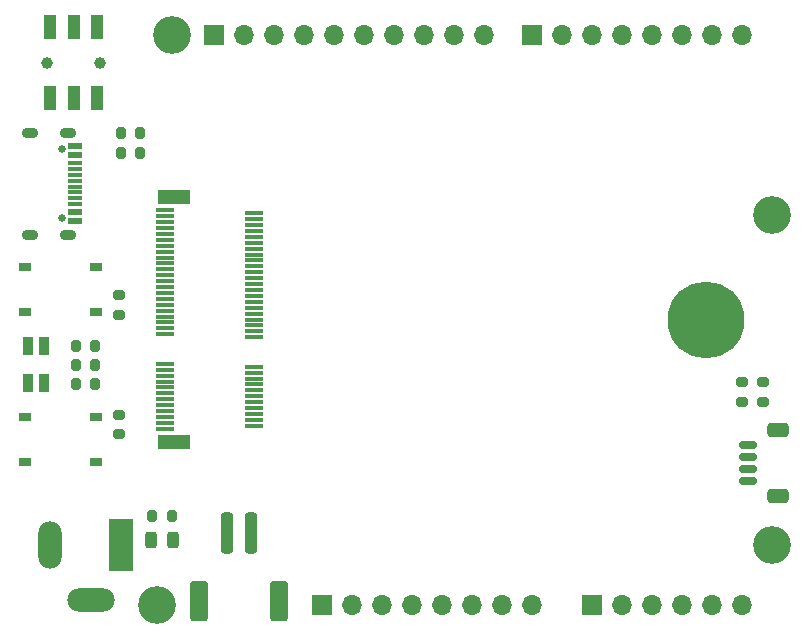
<source format=gbr>
%TF.GenerationSoftware,KiCad,Pcbnew,8.0.4*%
%TF.CreationDate,2024-12-04T08:53:49-07:00*%
%TF.ProjectId,particle-somduino,70617274-6963-46c6-952d-736f6d647569,rev?*%
%TF.SameCoordinates,Original*%
%TF.FileFunction,Soldermask,Top*%
%TF.FilePolarity,Negative*%
%FSLAX46Y46*%
G04 Gerber Fmt 4.6, Leading zero omitted, Abs format (unit mm)*
G04 Created by KiCad (PCBNEW 8.0.4) date 2024-12-04 08:53:49*
%MOMM*%
%LPD*%
G01*
G04 APERTURE LIST*
G04 Aperture macros list*
%AMRoundRect*
0 Rectangle with rounded corners*
0 $1 Rounding radius*
0 $2 $3 $4 $5 $6 $7 $8 $9 X,Y pos of 4 corners*
0 Add a 4 corners polygon primitive as box body*
4,1,4,$2,$3,$4,$5,$6,$7,$8,$9,$2,$3,0*
0 Add four circle primitives for the rounded corners*
1,1,$1+$1,$2,$3*
1,1,$1+$1,$4,$5*
1,1,$1+$1,$6,$7*
1,1,$1+$1,$8,$9*
0 Add four rect primitives between the rounded corners*
20,1,$1+$1,$2,$3,$4,$5,0*
20,1,$1+$1,$4,$5,$6,$7,0*
20,1,$1+$1,$6,$7,$8,$9,0*
20,1,$1+$1,$8,$9,$2,$3,0*%
G04 Aperture macros list end*
%ADD10R,1.700000X1.700000*%
%ADD11O,1.700000X1.700000*%
%ADD12RoundRect,0.200000X0.275000X-0.200000X0.275000X0.200000X-0.275000X0.200000X-0.275000X-0.200000X0*%
%ADD13RoundRect,0.200000X0.200000X0.275000X-0.200000X0.275000X-0.200000X-0.275000X0.200000X-0.275000X0*%
%ADD14R,1.000000X0.750000*%
%ADD15RoundRect,0.250000X-0.250000X-1.500000X0.250000X-1.500000X0.250000X1.500000X-0.250000X1.500000X0*%
%ADD16RoundRect,0.250001X-0.499999X-1.449999X0.499999X-1.449999X0.499999X1.449999X-0.499999X1.449999X0*%
%ADD17R,0.900000X1.500000*%
%ADD18C,3.200000*%
%ADD19R,2.000000X4.500000*%
%ADD20O,2.000000X4.000000*%
%ADD21O,4.000000X2.000000*%
%ADD22RoundRect,0.200000X-0.275000X0.200000X-0.275000X-0.200000X0.275000X-0.200000X0.275000X0.200000X0*%
%ADD23R,1.549400X0.304800*%
%ADD24R,2.743200X1.193800*%
%ADD25RoundRect,0.200000X-0.200000X-0.275000X0.200000X-0.275000X0.200000X0.275000X-0.200000X0.275000X0*%
%ADD26C,1.000000*%
%ADD27R,1.000000X2.000000*%
%ADD28C,6.500000*%
%ADD29C,0.650000*%
%ADD30R,1.240000X0.600000*%
%ADD31R,1.240000X0.300000*%
%ADD32O,1.400000X0.900000*%
%ADD33RoundRect,0.243750X-0.243750X-0.456250X0.243750X-0.456250X0.243750X0.456250X-0.243750X0.456250X0*%
%ADD34RoundRect,0.150000X-0.625000X0.150000X-0.625000X-0.150000X0.625000X-0.150000X0.625000X0.150000X0*%
%ADD35RoundRect,0.250000X-0.650000X0.350000X-0.650000X-0.350000X0.650000X-0.350000X0.650000X0.350000X0*%
G04 APERTURE END LIST*
D10*
%TO.C,J1*%
X127940000Y-97460000D03*
D11*
X130480000Y-97460000D03*
X133020000Y-97460000D03*
X135560000Y-97460000D03*
X138100000Y-97460000D03*
X140640000Y-97460000D03*
X143180000Y-97460000D03*
X145720000Y-97460000D03*
%TD*%
D10*
%TO.C,J3*%
X150800000Y-97460000D03*
D11*
X153340000Y-97460000D03*
X155880000Y-97460000D03*
X158420000Y-97460000D03*
X160960000Y-97460000D03*
X163500000Y-97460000D03*
%TD*%
D10*
%TO.C,J2*%
X118796000Y-49200000D03*
D11*
X121336000Y-49200000D03*
X123876000Y-49200000D03*
X126416000Y-49200000D03*
X128956000Y-49200000D03*
X131496000Y-49200000D03*
X134036000Y-49200000D03*
X136576000Y-49200000D03*
X139116000Y-49200000D03*
X141656000Y-49200000D03*
%TD*%
D10*
%TO.C,J4*%
X145720000Y-49200000D03*
D11*
X148260000Y-49200000D03*
X150800000Y-49200000D03*
X153340000Y-49200000D03*
X155880000Y-49200000D03*
X158420000Y-49200000D03*
X160960000Y-49200000D03*
X163500000Y-49200000D03*
%TD*%
D12*
%TO.C,R4*%
X110700000Y-72875000D03*
X110700000Y-71225000D03*
%TD*%
D13*
%TO.C,R1*%
X108730000Y-75500000D03*
X107080000Y-75500000D03*
%TD*%
D14*
%TO.C,SW1*%
X102800000Y-81575000D03*
X108800000Y-81575000D03*
X102800000Y-85325000D03*
X108800000Y-85325000D03*
%TD*%
D13*
%TO.C,R5*%
X115225000Y-89900000D03*
X113575000Y-89900000D03*
%TD*%
D15*
%TO.C,J6*%
X119900000Y-91400000D03*
X121900000Y-91400000D03*
D16*
X117550000Y-97150000D03*
X124250000Y-97150000D03*
%TD*%
D17*
%TO.C,D1*%
X104430000Y-78650000D03*
X103030000Y-78650000D03*
X104430000Y-75550000D03*
X103030000Y-75550000D03*
%TD*%
D18*
%TO.C,MH1*%
X115240000Y-49200000D03*
%TD*%
D19*
%TO.C,J5*%
X110900000Y-92400000D03*
D20*
X104900000Y-92400000D03*
D21*
X108400000Y-97050000D03*
%TD*%
D22*
%TO.C,R8*%
X110700000Y-81375000D03*
X110700000Y-83025000D03*
%TD*%
D23*
%TO.C,U1*%
X114624700Y-82549999D03*
X122174702Y-82299999D03*
X114624700Y-82050000D03*
X122174702Y-81800000D03*
X114624700Y-81550001D03*
X122174702Y-81300001D03*
X114624700Y-81049999D03*
X122174702Y-80799999D03*
X114624700Y-80550000D03*
X122174702Y-80300000D03*
X114624700Y-80050001D03*
X122174702Y-79800000D03*
X114624700Y-79550001D03*
X122174702Y-79300001D03*
X114624700Y-79050000D03*
X122174702Y-78800000D03*
X114624700Y-78550001D03*
X122174702Y-78300001D03*
X114624700Y-78049999D03*
X122174702Y-77799999D03*
X114624700Y-77550000D03*
X122174702Y-77300000D03*
X114624700Y-77050001D03*
X122174702Y-74800001D03*
X114624700Y-74550000D03*
X122174702Y-74300000D03*
X114624700Y-74050001D03*
X122174702Y-73800001D03*
X114624700Y-73549999D03*
X122174702Y-73299999D03*
X114624700Y-73050000D03*
X122174702Y-72800000D03*
X114624700Y-72550001D03*
X122174702Y-72300001D03*
X114624700Y-72049999D03*
X122174702Y-71799999D03*
X114624700Y-71550000D03*
X122174702Y-71300000D03*
X114624700Y-71049999D03*
X122174702Y-70799999D03*
X114624700Y-70550000D03*
X122174702Y-70300000D03*
X114624700Y-70050001D03*
X122174702Y-69800001D03*
X114624700Y-69549999D03*
X122174702Y-69299999D03*
X114624700Y-69050000D03*
X122174702Y-68800000D03*
X114624700Y-68549999D03*
X122174702Y-68299999D03*
X114624700Y-68050000D03*
X122174702Y-67800000D03*
X114624700Y-67550001D03*
X122174702Y-67300001D03*
X114624700Y-67049999D03*
X122174702Y-66799999D03*
X114624700Y-66550000D03*
X122174702Y-66300000D03*
X114624700Y-66049999D03*
X122174702Y-65799999D03*
X114624700Y-65550000D03*
X122174702Y-65300000D03*
X114624700Y-65050001D03*
X122174702Y-64800001D03*
X114624700Y-64549999D03*
X122174702Y-64299999D03*
X114624700Y-64049999D03*
D24*
X115399702Y-83649999D03*
X115399702Y-62950000D03*
%TD*%
D25*
%TO.C,R10*%
X110900000Y-57500000D03*
X112550000Y-57500000D03*
%TD*%
D13*
%TO.C,R2*%
X108730000Y-77150000D03*
X107080000Y-77150000D03*
%TD*%
D26*
%TO.C,SW3*%
X109150000Y-51550000D03*
X104650000Y-51550000D03*
D27*
X108900000Y-54550000D03*
X106900000Y-54550000D03*
X104900000Y-54550000D03*
X108900000Y-48550000D03*
X106900000Y-48550000D03*
X104900000Y-48550000D03*
%TD*%
D28*
%TO.C,H1*%
X160400000Y-73340000D03*
%TD*%
D12*
%TO.C,R6*%
X165300000Y-80250000D03*
X165300000Y-78600000D03*
%TD*%
D25*
%TO.C,R9*%
X110900000Y-59200000D03*
X112550000Y-59200000D03*
%TD*%
D14*
%TO.C,SW2*%
X108800000Y-72625000D03*
X102800000Y-72625000D03*
X108800000Y-68875000D03*
X102800000Y-68875000D03*
%TD*%
D18*
%TO.C,MH2*%
X113970000Y-97460000D03*
%TD*%
D29*
%TO.C,J8*%
X105900000Y-58900000D03*
X105900000Y-64680000D03*
D30*
X107020000Y-58590000D03*
X107020000Y-59390000D03*
D31*
X107020000Y-60540000D03*
X107020000Y-61540000D03*
X107020000Y-62040000D03*
X107020000Y-63040000D03*
D30*
X107020000Y-64190000D03*
X107020000Y-64990000D03*
X107020000Y-64990000D03*
X107020000Y-64190000D03*
D31*
X107020000Y-63540000D03*
X107020000Y-62540000D03*
X107020000Y-61040000D03*
X107020000Y-60040000D03*
D30*
X107020000Y-59390000D03*
X107020000Y-58590000D03*
D32*
X106420000Y-57470000D03*
X103200000Y-57470000D03*
X106420000Y-66110000D03*
X103200000Y-66110000D03*
%TD*%
D18*
%TO.C,MH3*%
X166040000Y-64440000D03*
%TD*%
D33*
%TO.C,D2*%
X113425000Y-92000000D03*
X115300000Y-92000000D03*
%TD*%
D18*
%TO.C,MH4*%
X166040000Y-92380000D03*
%TD*%
D13*
%TO.C,R3*%
X108730000Y-78800000D03*
X107080000Y-78800000D03*
%TD*%
D12*
%TO.C,R7*%
X163500000Y-80250000D03*
X163500000Y-78600000D03*
%TD*%
D34*
%TO.C,J7*%
X164025000Y-83950000D03*
X164025000Y-84950000D03*
X164025000Y-85950000D03*
X164025000Y-86950000D03*
D35*
X166550000Y-82650000D03*
X166550000Y-88250000D03*
%TD*%
M02*

</source>
